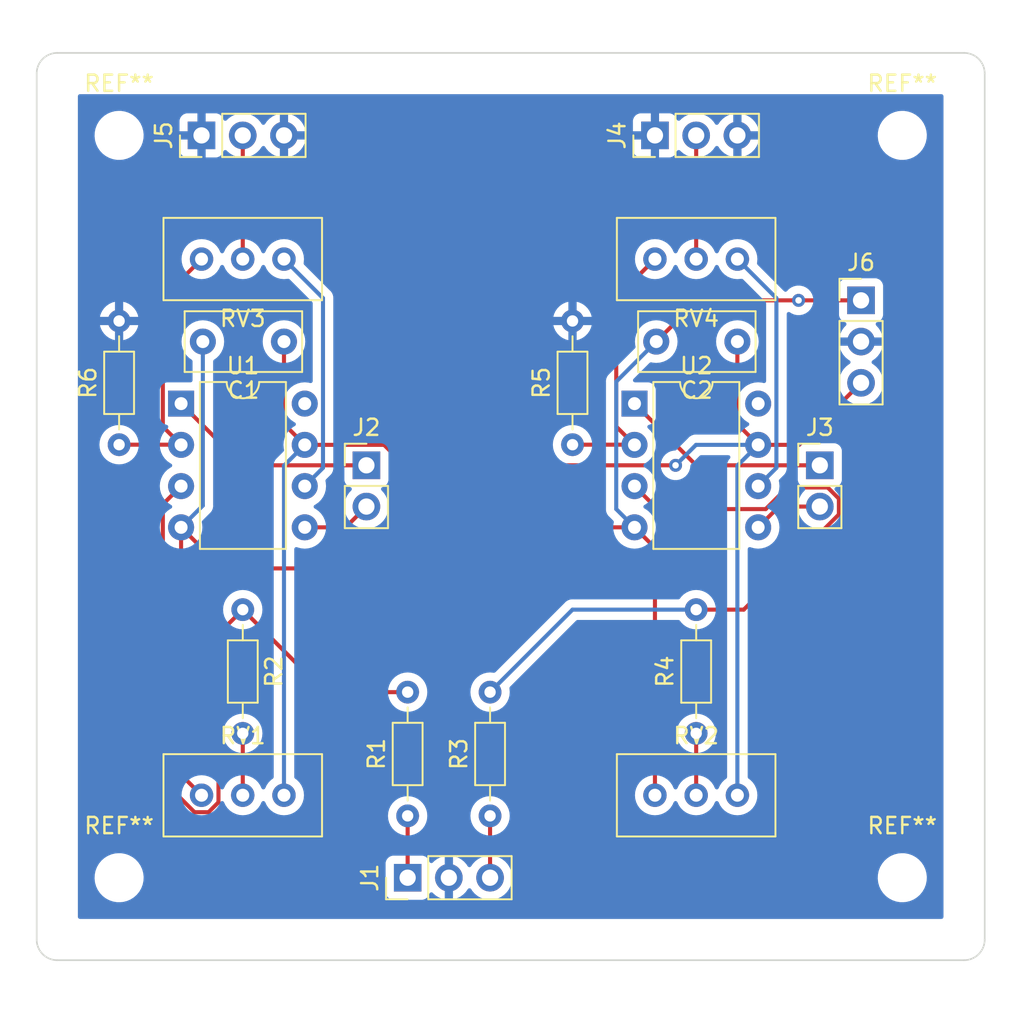
<source format=kicad_pcb>
(kicad_pcb (version 20211014) (generator pcbnew)
  (layers (0 "F.Cu" signal) (31 "B.Cu" signal) (34 "B.Paste" user) (35 "F.Paste" user) (36 "B.SilkS" user "B.Silkscreen") (37 "F.SilkS" user "F.Silkscreen") (38 "B.Mask" user) (39 "F.Mask" user) (44 "Edge.Cuts" user))
  (net 0 "")
  (net 1 "Net-(J1-Pad1)")
  (net 2 "GND")
  (net 3 "Net-(J1-Pad3)")
  (net 4 "Net-(J4-Pad2)")
  (net 5 "Net-(U1-Pad6)")
  (net 6 "-15V")
  (net 7 "+15V")
  (net 8 "Net-(U1-Pad3)")
  (net 9 "Net-(R2-Pad2)")
  (net 10 "Net-(R3-Pad2)")
  (net 11 "Net-(R4-Pad1)")
  (net 12 "Net-(R5-Pad1)")
  (net 13 "Net-(U1-Pad2)")
  (net 14 "Net-(U1-Pad1)")
  (net 15 "Net-(U1-Pad5)")
  (net 17 "Net-(J3-Pad1)")
  (net 18 "Net-(J3-Pad2)")
  (footprint "Connector_PinHeader_2.54mm:PinHeader_1x03_P2.54mm_Vertical" (layer "F.Cu") (at 139.7 76.2 90)
    (fp_text reference "J4" (at 0 -2.33 90) (layer "F.SilkS"))
    (fp_text value "Conn_01x03_Male_out")
    (fp_line (start -1.33 6.41) (end 1.33 6.41) (layer "F.SilkS") (width 0.12))
    (fp_line (start -1.33 0) (end -1.33 -1.33) (layer "F.SilkS") (width 0.12))
    (fp_line (start -1.33 -1.33) (end 0 -1.33) (layer "F.SilkS") (width 0.12))
    (fp_line (start -1.33 1.27) (end -1.33 6.41) (layer "F.SilkS") (width 0.12))
    (fp_line (start -1.33 1.27) (end 1.33 1.27) (layer "F.SilkS") (width 0.12))
    (fp_line (start 1.33 1.27) (end 1.33 6.41) (layer "F.SilkS") (width 0.12))
    (pad "1" thru_hole rect (at 0 0 90) (size 1.7 1.7) (drill 1) (layers *.Cu *.Mask) (net 2 "GND"))
    (pad "2" thru_hole oval (at 0 2.54 90) (size 1.7 1.7) (drill 1) (layers *.Cu *.Mask) (net 4 "Net-(J4-Pad2)"))
    (pad "3" thru_hole oval (at 0 5.08 90) (size 1.7 1.7) (drill 1) (layers *.Cu *.Mask) (net 2 "GND"))
  )
  (footprint "Potentiometer_THT:Potentiometer_Bourns_3296W_Vertical" (layer "F.Cu") (at 144.78 116.84)
    (fp_text reference "RV2" (at -2.54 -3.66) (layer "F.SilkS"))
    (fp_text value "R_Potentiometer_US")
    (fp_line (start -7.425 2.54) (end 2.345 2.54) (layer "F.SilkS") (width 0.12))
    (fp_line (start 2.345 -2.53) (end 2.345 2.54) (layer "F.SilkS") (width 0.12))
    (fp_line (start -7.425 -2.53) (end -7.425 2.54) (layer "F.SilkS") (width 0.12))
    (fp_line (start -7.425 -2.53) (end 2.345 -2.53) (layer "F.SilkS") (width 0.12))
    (pad "1" thru_hole circle (at 0 0) (size 1.44 1.44) (drill 0.8) (layers *.Cu *.Mask) (net 7 "+15V"))
    (pad "2" thru_hole circle (at -2.54 0) (size 1.44 1.44) (drill 0.8) (layers *.Cu *.Mask) (net 11 "Net-(R4-Pad1)"))
    (pad "3" thru_hole circle (at -5.08 0) (size 1.44 1.44) (drill 0.8) (layers *.Cu *.Mask) (net 6 "-15V"))
  )
  (footprint "Connector_PinHeader_2.54mm:PinHeader_1x02_P2.54mm_Vertical" (layer "F.Cu") (at 149.86 96.52)
    (fp_text reference "J3" (at 0 -2.33) (layer "F.SilkS"))
    (fp_text value "Conn_01x02_Male")
    (fp_line (start -1.33 -1.33) (end 0 -1.33) (layer "F.SilkS") (width 0.12))
    (fp_line (start -1.33 0) (end -1.33 -1.33) (layer "F.SilkS") (width 0.12))
    (fp_line (start 1.33 1.27) (end 1.33 3.87) (layer "F.SilkS") (width 0.12))
    (fp_line (start -1.33 1.27) (end -1.33 3.87) (layer "F.SilkS") (width 0.12))
    (fp_line (start -1.33 1.27) (end 1.33 1.27) (layer "F.SilkS") (width 0.12))
    (fp_line (start -1.33 3.87) (end 1.33 3.87) (layer "F.SilkS") (width 0.12))
    (pad "1" thru_hole rect (at 0 0) (size 1.7 1.7) (drill 1) (layers *.Cu *.Mask) (net 17 "Net-(J3-Pad1)"))
    (pad "2" thru_hole oval (at 0 2.54) (size 1.7 1.7) (drill 1) (layers *.Cu *.Mask) (net 18 "Net-(J3-Pad2)"))
  )
  (footprint "Potentiometer_THT:Potentiometer_Bourns_3296W_Vertical" (layer "F.Cu") (at 111.76 83.82 180)
    (fp_text reference "RV3" (at -2.54 -3.66) (layer "F.SilkS"))
    (fp_text value "R_Potentiometer_US")
    (fp_line (start -7.425 -2.53) (end -7.425 2.54) (layer "F.SilkS") (width 0.12))
    (fp_line (start -7.425 -2.53) (end 2.345 -2.53) (layer "F.SilkS") (width 0.12))
    (fp_line (start 2.345 -2.53) (end 2.345 2.54) (layer "F.SilkS") (width 0.12))
    (fp_line (start -7.425 2.54) (end 2.345 2.54) (layer "F.SilkS") (width 0.12))
    (pad "1" thru_hole circle (at 0 0 180) (size 1.44 1.44) (drill 0.8) (layers *.Cu *.Mask) (net 13 "Net-(U1-Pad2)"))
    (pad "2" thru_hole circle (at -2.54 0 180) (size 1.44 1.44) (drill 0.8) (layers *.Cu *.Mask) (net 5 "Net-(U1-Pad6)"))
    (pad "3" thru_hole circle (at -5.08 0 180) (size 1.44 1.44) (drill 0.8) (layers *.Cu *.Mask) (net 5 "Net-(U1-Pad6)"))
  )
  (footprint "Resistor_THT:R_Axial_DIN0204_L3.6mm_D1.6mm_P7.62mm_Horizontal" (layer "F.Cu") (at 134.62 95.25 90)
    (fp_text reference "R5" (at 3.81 -1.92 90) (layer "F.SilkS"))
    (fp_text value "R_US")
    (fp_line (start 5.73 -0.92) (end 1.89 -0.92) (layer "F.SilkS") (width 0.12))
    (fp_line (start 1.89 0.92) (end 5.73 0.92) (layer "F.SilkS") (width 0.12))
    (fp_line (start 5.73 0.92) (end 5.73 -0.92) (layer "F.SilkS") (width 0.12))
    (fp_line (start 0.94 0) (end 1.89 0) (layer "F.SilkS") (width 0.12))
    (fp_line (start 6.68 0) (end 5.73 0) (layer "F.SilkS") (width 0.12))
    (fp_line (start 1.89 -0.92) (end 1.89 0.92) (layer "F.SilkS") (width 0.12))
    (pad "1" thru_hole circle (at 0 0 90) (size 1.4 1.4) (drill 0.7) (layers *.Cu *.Mask) (net 12 "Net-(R5-Pad1)"))
    (pad "2" thru_hole oval (at 7.62 0 90) (size 1.4 1.4) (drill 0.7) (layers *.Cu *.Mask) (net 2 "GND"))
  )
  (footprint "Potentiometer_THT:Potentiometer_Bourns_3296W_Vertical" (layer "F.Cu") (at 139.7 83.82 180)
    (fp_text reference "RV4" (at -2.54 -3.66) (layer "F.SilkS"))
    (fp_text value "R_Potentiometer_US")
    (fp_line (start -7.425 -2.53) (end 2.345 -2.53) (layer "F.SilkS") (width 0.12))
    (fp_line (start 2.345 -2.53) (end 2.345 2.54) (layer "F.SilkS") (width 0.12))
    (fp_line (start -7.425 -2.53) (end -7.425 2.54) (layer "F.SilkS") (width 0.12))
    (fp_line (start -7.425 2.54) (end 2.345 2.54) (layer "F.SilkS") (width 0.12))
    (pad "1" thru_hole circle (at 0 0 180) (size 1.44 1.44) (drill 0.8) (layers *.Cu *.Mask) (net 12 "Net-(R5-Pad1)"))
    (pad "2" thru_hole circle (at -2.54 0 180) (size 1.44 1.44) (drill 0.8) (layers *.Cu *.Mask) (net 4 "Net-(J4-Pad2)"))
    (pad "3" thru_hole circle (at -5.08 0 180) (size 1.44 1.44) (drill 0.8) (layers *.Cu *.Mask) (net 4 "Net-(J4-Pad2)"))
  )
  (footprint "Package_DIP:DIP-8_W7.62mm" (layer "F.Cu") (at 138.44 92.72)
    (fp_text reference "U2" (at 3.81 -2.33) (layer "F.SilkS"))
    (fp_text value "LM741")
    (fp_line (start 6.46 -1.33) (end 4.81 -1.33) (layer "F.SilkS") (width 0.12))
    (fp_line (start 1.16 8.95) (end 6.46 8.95) (layer "F.SilkS") (width 0.12))
    (fp_line (start 6.46 8.95) (end 6.46 -1.33) (layer "F.SilkS") (width 0.12))
    (fp_line (start 2.81 -1.33) (end 1.16 -1.33) (layer "F.SilkS") (width 0.12))
    (fp_line (start 1.16 -1.33) (end 1.16 8.95) (layer "F.SilkS") (width 0.12))
    (fp_arc (start 4.81 -1.33) (mid 3.81 -0.33) (end 2.81 -1.33) (layer "F.SilkS") (width 0.12))
    (pad "1" thru_hole rect (at 0 0) (size 1.6 1.6) (drill 0.8) (layers *.Cu *.Mask) (net 17 "Net-(J3-Pad1)"))
    (pad "2" thru_hole oval (at 0 2.54) (size 1.6 1.6) (drill 0.8) (layers *.Cu *.Mask) (net 12 "Net-(R5-Pad1)"))
    (pad "3" thru_hole oval (at 0 5.08) (size 1.6 1.6) (drill 0.8) (layers *.Cu *.Mask) (net 10 "Net-(R3-Pad2)"))
    (pad "4" thru_hole oval (at 0 7.62) (size 1.6 1.6) (drill 0.8) (layers *.Cu *.Mask) (net 6 "-15V"))
    (pad "5" thru_hole oval (at 7.62 7.62) (size 1.6 1.6) (drill 0.8) (layers *.Cu *.Mask) (net 18 "Net-(J3-Pad2)"))
    (pad "6" thru_hole oval (at 7.62 5.08) (size 1.6 1.6) (drill 0.8) (layers *.Cu *.Mask) (net 4 "Net-(J4-Pad2)"))
    (pad "7" thru_hole oval (at 7.62 2.54) (size 1.6 1.6) (drill 0.8) (layers *.Cu *.Mask) (net 7 "+15V"))
    (pad "8" thru_hole oval (at 7.62 0) (size 1.6 1.6) (drill 0.8) (layers *.Cu *.Mask))
  )
  (footprint "Resistor_THT:R_Axial_DIN0204_L3.6mm_D1.6mm_P7.62mm_Horizontal" (layer "F.Cu") (at 106.68 95.25 90)
    (fp_text reference "R6" (at 3.81 -1.92 90) (layer "F.SilkS"))
    (fp_text value "R_US")
    (fp_line (start 5.73 -0.92) (end 1.89 -0.92) (layer "F.SilkS") (width 0.12))
    (fp_line (start 5.73 0.92) (end 5.73 -0.92) (layer "F.SilkS") (width 0.12))
    (fp_line (start 6.68 0) (end 5.73 0) (layer "F.SilkS") (width 0.12))
    (fp_line (start 1.89 0.92) (end 5.73 0.92) (layer "F.SilkS") (width 0.12))
    (fp_line (start 0.94 0) (end 1.89 0) (layer "F.SilkS") (width 0.12))
    (fp_line (start 1.89 -0.92) (end 1.89 0.92) (layer "F.SilkS") (width 0.12))
    (pad "1" thru_hole circle (at 0 0 90) (size 1.4 1.4) (drill 0.7) (layers *.Cu *.Mask) (net 13 "Net-(U1-Pad2)"))
    (pad "2" thru_hole oval (at 7.62 0 90) (size 1.4 1.4) (drill 0.7) (layers *.Cu *.Mask) (net 2 "GND"))
  )
  (footprint "Connector_PinHeader_2.54mm:PinHeader_1x03_P2.54mm_Vertical" (layer "F.Cu") (at 124.46 121.92 90)
    (fp_text reference "J1" (at 0 -2.33 90) (layer "F.SilkS"))
    (fp_text value "Conn_01x03_Male_input")
    (fp_line (start -1.33 -1.33) (end 0 -1.33) (layer "F.SilkS") (width 0.12))
    (fp_line (start -1.33 6.41) (end 1.33 6.41) (layer "F.SilkS") (width 0.12))
    (fp_line (start -1.33 1.27) (end -1.33 6.41) (layer "F.SilkS") (width 0.12))
    (fp_line (start 1.33 1.27) (end 1.33 6.41) (layer "F.SilkS") (width 0.12))
    (fp_line (start -1.33 0) (end -1.33 -1.33) (layer "F.SilkS") (width 0.12))
    (fp_line (start -1.33 1.27) (end 1.33 1.27) (layer "F.SilkS") (width 0.12))
    (pad "1" thru_hole rect (at 0 0 90) (size 1.7 1.7) (drill 1) (layers *.Cu *.Mask) (net 1 "Net-(J1-Pad1)"))
    (pad "2" thru_hole oval (at 0 2.54 90) (size 1.7 1.7) (drill 1) (layers *.Cu *.Mask) (net 2 "GND"))
    (pad "3" thru_hole oval (at 0 5.08 90) (size 1.7 1.7) (drill 1) (layers *.Cu *.Mask) (net 3 "Net-(J1-Pad3)"))
  )
  (footprint "MountingHole:MountingHole_2mm" (layer "F.Cu") (at 154.94 76.2)
    (fp_text reference "REF**" (at 0 -3.2) (layer "F.SilkS"))
    (fp_text value "MountingHole_2mm")
    (pad "" np_thru_hole circle (at 0 0) (size 2 2) (drill 2) (layers *.Cu *.Mask))
  )
  (footprint "Resistor_THT:R_Axial_DIN0204_L3.6mm_D1.6mm_P7.62mm_Horizontal" (layer "F.Cu") (at 129.54 118.11 90)
    (fp_text reference "R3" (at 3.81 -1.92 90) (layer "F.SilkS"))
    (fp_text value "R_US")
    (fp_line (start 5.73 0.92) (end 5.73 -0.92) (layer "F.SilkS") (width 0.12))
    (fp_line (start 6.68 0) (end 5.73 0) (layer "F.SilkS") (width 0.12))
    (fp_line (start 1.89 -0.92) (end 1.89 0.92) (layer "F.SilkS") (width 0.12))
    (fp_line (start 0.94 0) (end 1.89 0) (layer "F.SilkS") (width 0.12))
    (fp_line (start 5.73 -0.92) (end 1.89 -0.92) (layer "F.SilkS") (width 0.12))
    (fp_line (start 1.89 0.92) (end 5.73 0.92) (layer "F.SilkS") (width 0.12))
    (pad "1" thru_hole circle (at 0 0 90) (size 1.4 1.4) (drill 0.7) (layers *.Cu *.Mask) (net 3 "Net-(J1-Pad3)"))
    (pad "2" thru_hole oval (at 7.62 0 90) (size 1.4 1.4) (drill 0.7) (layers *.Cu *.Mask) (net 10 "Net-(R3-Pad2)"))
  )
  (footprint "Resistor_THT:R_Axial_DIN0204_L3.6mm_D1.6mm_P7.62mm_Horizontal" (layer "F.Cu") (at 124.46 118.11 90)
    (fp_text reference "R1" (at 3.81 -1.92 90) (layer "F.SilkS"))
    (fp_text value "R_US")
    (fp_line (start 1.89 -0.92) (end 1.89 0.92) (layer "F.SilkS") (width 0.12))
    (fp_line (start 1.89 0.92) (end 5.73 0.92) (layer "F.SilkS") (width 0.12))
    (fp_line (start 5.73 0.92) (end 5.73 -0.92) (layer "F.SilkS") (width 0.12))
    (fp_line (start 0.94 0) (end 1.89 0) (layer "F.SilkS") (width 0.12))
    (fp_line (start 5.73 -0.92) (end 1.89 -0.92) (layer "F.SilkS") (width 0.12))
    (fp_line (start 6.68 0) (end 5.73 0) (layer "F.SilkS") (width 0.12))
    (pad "1" thru_hole circle (at 0 0 90) (size 1.4 1.4) (drill 0.7) (layers *.Cu *.Mask) (net 1 "Net-(J1-Pad1)"))
    (pad "2" thru_hole oval (at 7.62 0 90) (size 1.4 1.4) (drill 0.7) (layers *.Cu *.Mask) (net 8 "Net-(U1-Pad3)"))
  )
  (footprint "Connector_PinHeader_2.54mm:PinHeader_1x03_P2.54mm_Vertical" (layer "F.Cu") (at 152.4 86.36)
    (fp_text reference "J6" (at 0 -2.33) (layer "F.SilkS"))
    (fp_text value "Conn_01x03_Male_Power")
    (fp_line (start -1.33 0) (end -1.33 -1.33) (layer "F.SilkS") (width 0.12))
    (fp_line (start -1.33 6.41) (end 1.33 6.41) (layer "F.SilkS") (width 0.12))
    (fp_line (start -1.33 1.27) (end -1.33 6.41) (layer "F.SilkS") (width 0.12))
    (fp_line (start 1.33 1.27) (end 1.33 6.41) (layer "F.SilkS") (width 0.12))
    (fp_line (start -1.33 -1.33) (end 0 -1.33) (layer "F.SilkS") (width 0.12))
    (fp_line (start -1.33 1.27) (end 1.33 1.27) (layer "F.SilkS") (width 0.12))
    (pad "1" thru_hole rect (at 0 0) (size 1.7 1.7) (drill 1) (layers *.Cu *.Mask) (net 6 "-15V"))
    (pad "2" thru_hole oval (at 0 2.54) (size 1.7 1.7) (drill 1) (layers *.Cu *.Mask) (net 2 "GND"))
    (pad "3" thru_hole oval (at 0 5.08) (size 1.7 1.7) (drill 1) (layers *.Cu *.Mask) (net 7 "+15V"))
  )
  (footprint "Capacitor_THT:C_Rect_L7.0mm_W3.5mm_P5.00mm" (layer "F.Cu") (at 144.78 88.9 180)
    (fp_text reference "C2" (at 2.5 -3) (layer "F.SilkS"))
    (fp_text value "C_Small")
    (fp_line (start 6.12 -1.87) (end 6.12 1.87) (layer "F.SilkS") (width 0.12))
    (fp_line (start -1.12 -1.87) (end -1.12 1.87) (layer "F.SilkS") (width 0.12))
    (fp_line (start -1.12 1.87) (end 6.12 1.87) (layer "F.SilkS") (width 0.12))
    (fp_line (start -1.12 -1.87) (end 6.12 -1.87) (layer "F.SilkS") (width 0.12))
    (pad "1" thru_hole circle (at 0 0 180) (size 1.6 1.6) (drill 0.8) (layers *.Cu *.Mask) (net 7 "+15V"))
    (pad "2" thru_hole circle (at 5 0 180) (size 1.6 1.6) (drill 0.8) (layers *.Cu *.Mask) (net 6 "-15V"))
  )
  (footprint "Resistor_THT:R_Axial_DIN0204_L3.6mm_D1.6mm_P7.62mm_Horizontal" (layer "F.Cu") (at 114.3 105.41 -90)
    (fp_text reference "R2" (at 3.81 -1.92 90) (layer "F.SilkS"))
    (fp_text value "R_US")
    (fp_line (start 1.89 -0.92) (end 1.89 0.92) (layer "F.SilkS") (width 0.12))
    (fp_line (start 1.89 0.92) (end 5.73 0.92) (layer "F.SilkS") (width 0.12))
    (fp_line (start 6.68 0) (end 5.73 0) (layer "F.SilkS") (width 0.12))
    (fp_line (start 5.73 -0.92) (end 1.89 -0.92) (layer "F.SilkS") (width 0.12))
    (fp_line (start 0.94 0) (end 1.89 0) (layer "F.SilkS") (width 0.12))
    (fp_line (start 5.73 0.92) (end 5.73 -0.92) (layer "F.SilkS") (width 0.12))
    (pad "1" thru_hole circle (at 0 0 270) (size 1.4 1.4) (drill 0.7) (layers *.Cu *.Mask) (net 8 "Net-(U1-Pad3)"))
    (pad "2" thru_hole oval (at 7.62 0 270) (size 1.4 1.4) (drill 0.7) (layers *.Cu *.Mask) (net 9 "Net-(R2-Pad2)"))
  )
  (footprint "MountingHole:MountingHole_2mm" (layer "F.Cu") (at 154.94 121.92)
    (fp_text reference "REF**" (at 0 -3.2) (layer "F.SilkS"))
    (fp_text value "MountingHole_2mm")
    (pad "" np_thru_hole circle (at 0 0) (size 2 2) (drill 2) (layers *.Cu *.Mask))
  )
  (footprint "Resistor_THT:R_Axial_DIN0204_L3.6mm_D1.6mm_P7.62mm_Horizontal" (layer "F.Cu") (at 142.24 113.03 90)
    (fp_text reference "R4" (at 3.81 -1.92 90) (layer "F.SilkS"))
    (fp_text value "R_US")
    (fp_line (start 1.89 0.92) (end 5.73 0.92) (layer "F.SilkS") (width 0.12))
    (fp_line (start 6.68 0) (end 5.73 0) (layer "F.SilkS") (width 0.12))
    (fp_line (start 5.73 -0.92) (end 1.89 -0.92) (layer "F.SilkS") (width 0.12))
    (fp_line (start 0.94 0) (end 1.89 0) (layer "F.SilkS") (width 0.12))
    (fp_line (start 1.89 -0.92) (end 1.89 0.92) (layer "F.SilkS") (width 0.12))
    (fp_line (start 5.73 0.92) (end 5.73 -0.92) (layer "F.SilkS") (width 0.12))
    (pad "1" thru_hole circle (at 0 0 90) (size 1.4 1.4) (drill 0.7) (layers *.Cu *.Mask) (net 11 "Net-(R4-Pad1)"))
    (pad "2" thru_hole oval (at 7.62 0 90) (size 1.4 1.4) (drill 0.7) (layers *.Cu *.Mask) (net 10 "Net-(R3-Pad2)"))
  )
  (footprint "Potentiometer_THT:Potentiometer_Bourns_3296W_Vertical" (layer "F.Cu") (at 116.84 116.84)
    (fp_text reference "RV1" (at -2.54 -3.66) (layer "F.SilkS"))
    (fp_text value "R_Potentiometer_US")
    (fp_line (start -7.425 -2.53) (end 2.345 -2.53) (layer "F.SilkS") (width 0.12))
    (fp_line (start 2.345 -2.53) (end 2.345 2.54) (layer "F.SilkS") (width 0.12))
    (fp_line (start -7.425 2.54) (end 2.345 2.54) (layer "F.SilkS") (width 0.12))
    (fp_line (start -7.425 -2.53) (end -7.425 2.54) (layer "F.SilkS") (width 0.12))
    (pad "1" thru_hole circle (at 0 0) (size 1.44 1.44) (drill 0.8) (layers *.Cu *.Mask) (net 7 "+15V"))
    (pad "2" thru_hole circle (at -2.54 0) (size 1.44 1.44) (drill 0.8) (layers *.Cu *.Mask) (net 9 "Net-(R2-Pad2)"))
    (pad "3" thru_hole circle (at -5.08 0) (size 1.44 1.44) (drill 0.8) (layers *.Cu *.Mask) (net 6 "-15V"))
  )
  (footprint "Connector_PinHeader_2.54mm:PinHeader_1x02_P2.54mm_Vertical" (layer "F.Cu") (at 121.92 96.52)
    (fp_text reference "J2" (at 0 -2.33) (layer "F.SilkS"))
    (fp_text value "Conn_01x02_Male")
    (fp_line (start -1.33 3.87) (end 1.33 3.87) (layer "F.SilkS") (width 0.12))
    (fp_line (start 1.33 1.27) (end 1.33 3.87) (layer "F.SilkS") (width 0.12))
    (fp_line (start -1.33 0) (end -1.33 -1.33) (layer "F.SilkS") (width 0.12))
    (fp_line (start -1.33 -1.33) (end 0 -1.33) (layer "F.SilkS") (width 0.12))
    (fp_line (start -1.33 1.27) (end -1.33 3.87) (layer "F.SilkS") (width 0.12))
    (fp_line (start -1.33 1.27) (end 1.33 1.27) (layer "F.SilkS") (width 0.12))
    (pad "1" thru_hole rect (at 0 0) (size 1.7 1.7) (drill 1) (layers *.Cu *.Mask) (net 14 "Net-(U1-Pad1)"))
    (pad "2" thru_hole oval (at 0 2.54) (size 1.7 1.7) (drill 1) (layers *.Cu *.Mask) (net 15 "Net-(U1-Pad5)"))
  )
  (footprint "Connector_PinHeader_2.54mm:PinHeader_1x03_P2.54mm_Vertical" (layer "F.Cu") (at 111.76 76.2 90)
    (fp_text reference "J5" (at 0 -2.33 90) (layer "F.SilkS"))
    (fp_text value "Conn_01x03_Male_out")
    (fp_line (start -1.33 -1.33) (end 0 -1.33) (layer "F.SilkS") (width 0.12))
    (fp_line (start -1.33 0) (end -1.33 -1.33) (layer "F.SilkS") (width 0.12))
    (fp_line (start -1.33 6.41) (end 1.33 6.41) (layer "F.SilkS") (width 0.12))
    (fp_line (start 1.33 1.27) (end 1.33 6.41) (layer "F.SilkS") (width 0.12))
    (fp_line (start -1.33 1.27) (end -1.33 6.41) (layer "F.SilkS") (width 0.12))
    (fp_line (start -1.33 1.27) (end 1.33 1.27) (layer "F.SilkS") (width 0.12))
    (pad "1" thru_hole rect (at 0 0 90) (size 1.7 1.7) (drill 1) (layers *.Cu *.Mask) (net 2 "GND"))
    (pad "2" thru_hole oval (at 0 2.54 90) (size 1.7 1.7) (drill 1) (layers *.Cu *.Mask) (net 5 "Net-(U1-Pad6)"))
    (pad "3" thru_hole oval (at 0 5.08 90) (size 1.7 1.7) (drill 1) (layers *.Cu *.Mask) (net 2 "GND"))
  )
  (footprint "MountingHole:MountingHole_2mm" (layer "F.Cu") (at 106.68 121.92)
    (fp_text reference "REF**" (at 0 -3.2) (layer "F.SilkS"))
    (fp_text value "MountingHole_2mm")
    (pad "" np_thru_hole circle (at 0 0) (size 2 2) (drill 2) (layers *.Cu *.Mask))
  )
  (footprint "Capacitor_THT:C_Rect_L7.0mm_W3.5mm_P5.00mm" (layer "F.Cu") (at 116.84 88.9 180)
    (fp_text reference "C1" (at 2.5 -3) (layer "F.SilkS"))
    (fp_text value "C_Small")
    (fp_line (start 6.12 -1.87) (end 6.12 1.87) (layer "F.SilkS") (width 0.12))
    (fp_line (start -1.12 1.87) (end 6.12 1.87) (layer "F.SilkS") (width 0.12))
    (fp_line (start -1.12 -1.87) (end -1.12 1.87) (layer "F.SilkS") (width 0.12))
    (fp_line (start -1.12 -1.87) (end 6.12 -1.87) (layer "F.SilkS") (width 0.12))
    (pad "1" thru_hole circle (at 0 0 180) (size 1.6 1.6) (drill 0.8) (layers *.Cu *.Mask) (net 7 "+15V"))
    (pad "2" thru_hole circle (at 5 0 180) (size 1.6 1.6) (drill 0.8) (layers *.Cu *.Mask) (net 6 "-15V"))
  )
  (footprint "MountingHole:MountingHole_2mm" (layer "F.Cu") (at 106.68 76.2)
    (fp_text reference "REF**" (at 0 -3.2) (layer "F.SilkS"))
    (fp_text value "MountingHole_2mm")
    (pad "" np_thru_hole circle (at 0 0) (size 2 2) (drill 2) (layers *.Cu *.Mask))
  )
  (footprint "Package_DIP:DIP-8_W7.62mm" (layer "F.Cu") (at 110.5 92.72)
    (fp_text reference "U1" (at 3.81 -2.33) (layer "F.SilkS"))
    (fp_text value "LM741")
    (fp_line (start 6.46 8.95) (end 6.46 -1.33) (layer "F.SilkS") (width 0.12))
    (fp_line (start 6.46 -1.33) (end 4.81 -1.33) (layer "F.SilkS") (width 0.12))
    (fp_line (start 1.16 -1.33) (end 1.16 8.95) (layer "F.SilkS") (width 0.12))
    (fp_line (start 1.16 8.95) (end 6.46 8.95) (layer "F.SilkS") (width 0.12))
    (fp_line (start 2.81 -1.33) (end 1.16 -1.33) (layer "F.SilkS") (width 0.12))
    (fp_arc (start 4.81 -1.33) (mid 3.81 -0.33) (end 2.81 -1.33) (layer "F.SilkS") (width 0.12))
    (pad "1" thru_hole rect (at 0 0) (size 1.6 1.6) (drill 0.8) (layers *.Cu *.Mask) (net 14 "Net-(U1-Pad1)"))
    (pad "2" thru_hole oval (at 0 2.54) (size 1.6 1.6) (drill 0.8) (layers *.Cu *.Mask) (net 13 "Net-(U1-Pad2)"))
    (pad "3" thru_hole oval (at 0 5.08) (size 1.6 1.6) (drill 0.8) (layers *.Cu *.Mask) (net 8 "Net-(U1-Pad3)"))
    (pad "4" thru_hole oval (at 0 7.62) (size 1.6 1.6) (drill 0.8) (layers *.Cu *.Mask) (net 6 "-15V"))
    (pad "5" thru_hole oval (at 7.62 7.62) (size 1.6 1.6) (drill 0.8) (layers *.Cu *.Mask) (net 15 "Net-(U1-Pad5)"))
    (pad "6" thru_hole oval (at 7.62 5.08) (size 1.6 1.6) (drill 0.8) (layers *.Cu *.Mask) (net 5 "Net-(U1-Pad6)"))
    (pad "7" thru_hole oval (at 7.62 2.54) (size 1.6 1.6) (drill 0.8) (layers *.Cu *.Mask) (net 7 "+15V"))
    (pad "8" thru_hole oval (at 7.62 0) (size 1.6 1.6) (drill 0.8) (layers *.Cu *.Mask))
  )
  (gr_line (start 160.02 72.39) (end 160.02 125.73) (layer "Edge.Cuts") (width 0.1))
  (gr_line (start 101.6 72.39) (end 101.6 125.73) (layer "Edge.Cuts") (width 0.1))
  (gr_arc (start 160.02 125.73) (mid 159.648026 126.628026) (end 158.75 127) (layer "Edge.Cuts") (width 0.1))
  (gr_arc (start 101.6 72.39) (mid 101.971974 71.491974) (end 102.87 71.12) (layer "Edge.Cuts") (width 0.1))
  (gr_line (start 158.75 127) (end 102.87 127) (layer "Edge.Cuts") (width 0.1))
  (gr_arc (start 158.75 71.12) (mid 159.648026 71.491974) (end 160.02 72.39) (layer "Edge.Cuts") (width 0.1))
  (gr_arc (start 102.87 127) (mid 101.971974 126.628026) (end 101.6 125.73) (layer "Edge.Cuts") (width 0.1))
  (gr_line (start 158.75 71.12) (end 102.87 71.12) (layer "Edge.Cuts") (width 0.1))
  (segment (start 124.46 121.92) (end 124.46 118.11) (width 0.25) (layer "F.Cu") (net 1))
  (segment (start 129.54 121.92) (end 129.54 118.11) (width 0.25) (layer "F.Cu") (net 3))
  (segment (start 142.24 83.82) (end 142.24 76.2) (width 0.25) (layer "F.Cu") (net 4))
  (segment (start 147.184511 96.675489) (end 146.06 97.8) (width 0.25) (layer "B.Cu") (net 4))
  (segment (start 144.78 83.82) (end 147.184511 86.224511) (width 0.25) (layer "B.Cu") (net 4))
  (segment (start 147.184511 86.224511) (end 147.184511 96.675489) (width 0.25) (layer "B.Cu") (net 4))
  (segment (start 114.3 83.82) (end 114.3 76.2) (width 0.25) (layer "F.Cu") (net 5))
  (segment (start 119.244511 86.224511) (end 119.244511 96.675489) (width 0.25) (layer "B.Cu") (net 5))
  (segment (start 116.84 83.82) (end 119.244511 86.224511) (width 0.25) (layer "B.Cu") (net 5))
  (segment (start 119.244511 96.675489) (end 118.12 97.8) (width 0.25) (layer "B.Cu") (net 5))
  (segment (start 138.44 100.34) (end 138.43 100.33) (width 0.25) (layer "F.Cu") (net 6))
  (segment (start 148.55 86.36) (end 142.32 86.36) (width 0.25) (layer "F.Cu") (net 6))
  (segment (start 152.4 86.36) (end 148.55 86.36) (width 0.25) (layer "F.Cu") (net 6))
  (segment (start 110.5 115.58) (end 111.76 116.84) (width 0.25) (layer "F.Cu") (net 6))
  (segment (start 139.7 101.6) (end 138.44 100.34) (width 0.25) (layer "F.Cu") (net 6))
  (segment (start 110.5 100.34) (end 110.5 115.58) (width 0.25) (layer "F.Cu") (net 6))
  (segment (start 139.7 116.84) (end 139.7 101.6) (width 0.25) (layer "F.Cu") (net 6))
  (segment (start 138.44 100.34) (end 125.72 100.34) (width 0.25) (layer "F.Cu") (net 6))
  (segment (start 125.72 100.34) (end 123.19 102.87) (width 0.25) (layer "F.Cu") (net 6))
  (segment (start 142.32 86.36) (end 139.78 88.9) (width 0.25) (layer "F.Cu") (net 6))
  (segment (start 123.19 102.87) (end 113.03 102.87) (width 0.25) (layer "F.Cu") (net 6))
  (segment (start 113.03 102.87) (end 110.5 100.34) (width 0.25) (layer "F.Cu") (net 6))
  (via (at 148.55 86.36) (size 0.8) (drill 0.4) (layers "F.Cu" "B.Cu") (net 6))
  (segment (start 137.315489 91.364511) (end 139.78 88.9) (width 0.25) (layer "B.Cu") (net 6))
  (segment (start 111.84 99) (end 110.5 100.34) (width 0.25) (layer "B.Cu") (net 6))
  (segment (start 148.54 86.35) (end 148.55 86.36) (width 0.25) (layer "B.Cu") (net 6))
  (segment (start 111.84 88.9) (end 111.84 99) (width 0.25) (layer "B.Cu") (net 6))
  (segment (start 137.315489 99.215489) (end 137.315489 91.364511) (width 0.25) (layer "B.Cu") (net 6))
  (segment (start 138.44 100.34) (end 137.315489 99.215489) (width 0.25) (layer "B.Cu") (net 6))
  (segment (start 124.269022 96.52) (end 140.97 96.52) (width 0.25) (layer "F.Cu") (net 7))
  (segment (start 116.84 93.98) (end 118.12 95.26) (width 0.25) (layer "F.Cu") (net 7))
  (segment (start 144.78 93.98) (end 144.78 88.9) (width 0.25) (layer "F.Cu") (net 7))
  (segment (start 116.84 88.9) (end 116.84 93.98) (width 0.25) (layer "F.Cu") (net 7))
  (segment (start 152.4 91.44) (end 148.58 95.26) (width 0.25) (layer "F.Cu") (net 7))
  (segment (start 148.58 95.26) (end 146.06 95.26) (width 0.25) (layer "F.Cu") (net 7))
  (segment (start 146.06 95.26) (end 144.78 93.98) (width 0.25) (layer "F.Cu") (net 7))
  (segment (start 118.12 95.26) (end 123.009022 95.26) (width 0.25) (layer "F.Cu") (net 7))
  (segment (start 123.009022 95.26) (end 124.269022 96.52) (width 0.25) (layer "F.Cu") (net 7))
  (via (at 140.97 96.52) (size 0.8) (drill 0.4) (layers "F.Cu" "B.Cu") (net 7))
  (segment (start 140.97 96.52) (end 142.23 95.26) (width 0.25) (layer "B.Cu") (net 7))
  (segment (start 116.84 116.84) (end 116.84 96.54) (width 0.25) (layer "B.Cu") (net 7))
  (segment (start 142.23 95.26) (end 146.06 95.26) (width 0.25) (layer "B.Cu") (net 7))
  (segment (start 144.78 116.84) (end 144.78 96.54) (width 0.25) (layer "B.Cu") (net 7))
  (segment (start 116.84 96.54) (end 118.12 95.26) (width 0.25) (layer "B.Cu") (net 7))
  (segment (start 144.78 96.54) (end 146.06 95.26) (width 0.25) (layer "B.Cu") (net 7))
  (segment (start 112.804511 106.905489) (end 114.3 105.41) (width 0.25) (layer "F.Cu") (net 8))
  (segment (start 112.192652 117.884511) (end 112.804511 117.272652) (width 0.25) (layer "F.Cu") (net 8))
  (segment (start 111.327348 117.884511) (end 112.192652 117.884511) (width 0.25) (layer "F.Cu") (net 8))
  (segment (start 124.46 110.49) (end 119.38 110.49) (width 0.25) (layer "F.Cu") (net 8))
  (segment (start 109.375489 115.932652) (end 111.327348 117.884511) (width 0.25) (layer "F.Cu") (net 8))
  (segment (start 119.38 110.49) (end 114.3 105.41) (width 0.25) (layer "F.Cu") (net 8))
  (segment (start 110.5 97.8) (end 109.375489 98.924511) (width 0.25) (layer "F.Cu") (net 8))
  (segment (start 112.804511 117.272652) (end 112.804511 106.905489) (width 0.25) (layer "F.Cu") (net 8))
  (segment (start 109.375489 98.924511) (end 109.375489 115.932652) (width 0.25) (layer "F.Cu") (net 8))
  (segment (start 114.3 116.84) (end 114.3 113.03) (width 0.25) (layer "F.Cu") (net 9))
  (segment (start 145.17101 105.41) (end 142.24 105.41) (width 0.25) (layer "F.Cu") (net 10))
  (segment (start 147.855789 97.885489) (end 150.346499 97.885489) (width 0.25) (layer "F.Cu") (net 10))
  (segment (start 151.034511 99.546499) (end 145.17101 105.41) (width 0.25) (layer "F.Cu") (net 10))
  (segment (start 150.346499 97.885489) (end 151.034511 98.573501) (width 0.25) (layer "F.Cu") (net 10))
  (segment (start 151.034511 98.573501) (end 151.034511 99.546499) (width 0.25) (layer "F.Cu") (net 10))
  (segment (start 138.44 97.8) (end 139.855489 99.215489) (width 0.25) (layer "F.Cu") (net 10))
  (segment (start 139.855489 99.215489) (end 146.525789 99.215489) (width 0.25) (layer "F.Cu") (net 10))
  (segment (start 146.525789 99.215489) (end 147.855789 97.885489) (width 0.25) (layer "F.Cu") (net 10))
  (segment (start 134.62 105.41) (end 142.24 105.41) (width 0.25) (layer "B.Cu") (net 10))
  (segment (start 129.54 110.49) (end 134.62 105.41) (width 0.25) (layer "B.Cu") (net 10))
  (segment (start 142.24 116.84) (end 142.24 113.03) (width 0.25) (layer "F.Cu") (net 11))
  (segment (start 138.44 95.26) (end 137.315489 94.135489) (width 0.25) (layer "F.Cu") (net 12))
  (segment (start 137.315489 94.135489) (end 137.315489 86.204511) (width 0.25) (layer "F.Cu") (net 12))
  (segment (start 137.315489 86.204511) (end 139.7 83.82) (width 0.25) (layer "F.Cu") (net 12))
  (segment (start 134.62 95.25) (end 138.43 95.25) (width 0.25) (layer "F.Cu") (net 12))
  (segment (start 138.43 95.25) (end 138.44 95.26) (width 0.25) (layer "F.Cu") (net 12))
  (segment (start 110.5 95.26) (end 109.375489 94.135489) (width 0.25) (layer "F.Cu") (net 13))
  (segment (start 109.375489 94.135489) (end 109.375489 86.204511) (width 0.25) (layer "F.Cu") (net 13))
  (segment (start 110.49 95.25) (end 110.5 95.26) (width 0.25) (layer "F.Cu") (net 13))
  (segment (start 106.68 95.25) (end 110.49 95.25) (width 0.25) (layer "F.Cu") (net 13))
  (segment (start 109.375489 86.204511) (end 111.76 83.82) (width 0.25) (layer "F.Cu") (net 13))
  (segment (start 114.3 96.52) (end 110.5 92.72) (width 0.25) (layer "F.Cu") (net 14))
  (segment (start 121.92 96.52) (end 114.3 96.52) (width 0.25) (layer "F.Cu") (net 14))
  (segment (start 118.12 100.34) (end 120.64 100.34) (width 0.25) (layer "F.Cu") (net 15))
  (segment (start 120.64 100.34) (end 121.92 99.06) (width 0.25) (layer "F.Cu") (net 15))
  (segment (start 142.24 96.52) (end 138.44 92.72) (width 0.25) (layer "F.Cu") (net 17))
  (segment (start 149.86 96.52) (end 142.24 96.52) (width 0.25) (layer "F.Cu") (net 17))
  (segment (start 149.86 99.06) (end 147.34 99.06) (width 0.25) (layer "F.Cu") (net 18))
  (segment (start 147.34 99.06) (end 146.06 100.34) (width 0.25) (layer "F.Cu") (net 18))
  (zone (net 2) (net_name "GND") (layer "B.Cu") (connect_pads (clearance 0.508)) (min_thickness 0.254) (fill yes (thermal_gap 0.508) (thermal_bridge_width 0.508))
    (polygon (pts (xy 157.48 124.46) (xy 104.14 124.46) (xy 104.14 73.66) (xy 157.48 73.66)))
  )
)
</source>
